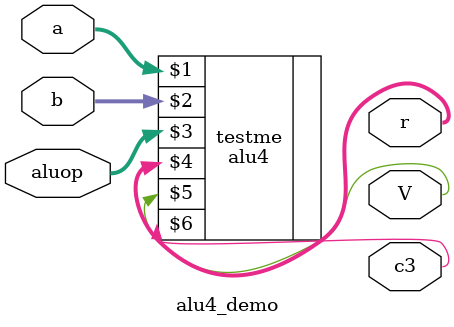
<source format=v>

module alu4_demo
(
// {ALTERA_ARGS_BEGIN} DO NOT REMOVE THIS LINE!

	V,
	a,
	aluop,
	b,
	c3,
	r
// {ALTERA_ARGS_END} DO NOT REMOVE THIS LINE!

);

// {ALTERA_IO_BEGIN} DO NOT REMOVE THIS LINE!
output			V;
input	[2:0]	a;
input	[2:0]	aluop;
input	[2:0]	b;
output			c3;
output	[2:0]	r;

// {ALTERA_IO_END} DO NOT REMOVE THIS LINE!
// {ALTERA_MODULE_BEGIN} DO NOT REMOVE THIS LINE!

alu4 testme (a, b, aluop, r, V, c3);

// {ALTERA_MODULE_END} DO NOT REMOVE THIS LINE!
endmodule

</source>
